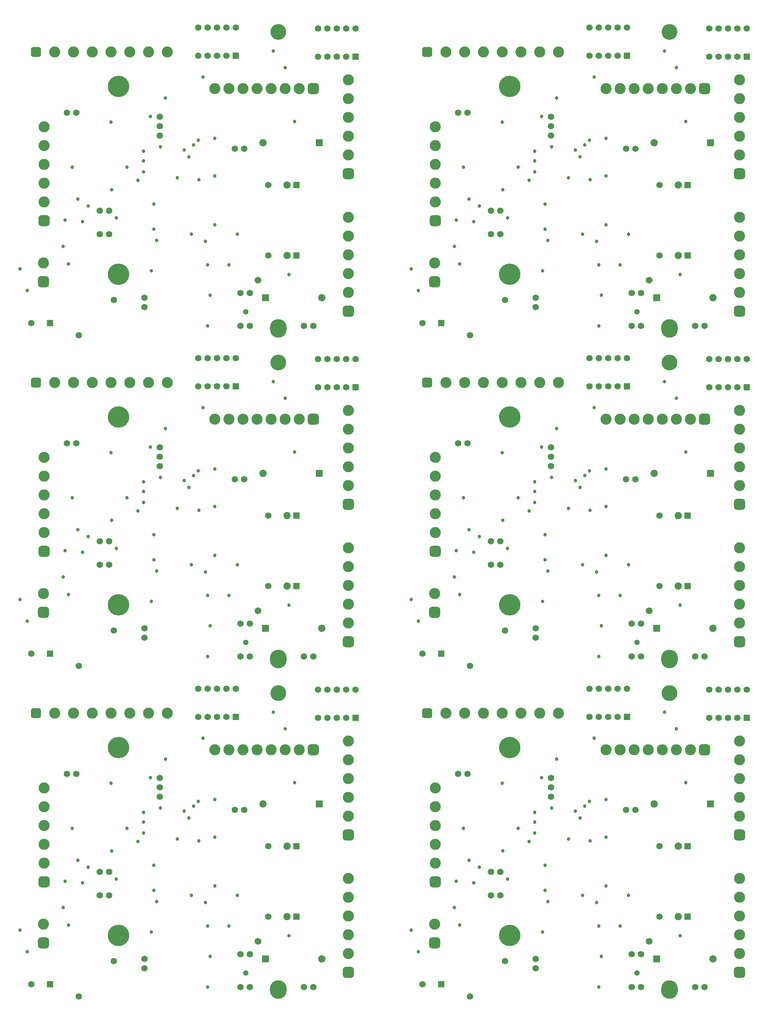
<source format=gbs>
G04*
G04 #@! TF.GenerationSoftware,Altium Limited,Altium Designer,18.1.9 (240)*
G04*
G04 Layer_Color=16711935*
%FSLAX24Y24*%
%MOIN*%
G70*
G01*
G75*
%ADD70C,0.0780*%
%ADD71C,0.0680*%
%ADD72C,0.2280*%
%ADD73R,0.0730X0.0730*%
%ADD74O,0.1780X0.1980*%
%ADD75R,0.0680X0.0680*%
%ADD76C,0.1680*%
%ADD77R,0.0680X0.0680*%
%ADD78C,0.1180*%
G04:AMPARAMS|DCode=79|XSize=108mil|YSize=108mil|CornerRadius=29mil|HoleSize=0mil|Usage=FLASHONLY|Rotation=270.000|XOffset=0mil|YOffset=0mil|HoleType=Round|Shape=RoundedRectangle|*
%AMROUNDEDRECTD79*
21,1,0.1080,0.0500,0,0,270.0*
21,1,0.0500,0.1080,0,0,270.0*
1,1,0.0580,-0.0250,-0.0250*
1,1,0.0580,-0.0250,0.0250*
1,1,0.0580,0.0250,0.0250*
1,1,0.0580,0.0250,-0.0250*
%
%ADD79ROUNDEDRECTD79*%
G04:AMPARAMS|DCode=80|XSize=118mil|YSize=118mil|CornerRadius=31.5mil|HoleSize=0mil|Usage=FLASHONLY|Rotation=180.000|XOffset=0mil|YOffset=0mil|HoleType=Round|Shape=RoundedRectangle|*
%AMROUNDEDRECTD80*
21,1,0.1180,0.0550,0,0,180.0*
21,1,0.0550,0.1180,0,0,180.0*
1,1,0.0630,-0.0275,0.0275*
1,1,0.0630,0.0275,0.0275*
1,1,0.0630,0.0275,-0.0275*
1,1,0.0630,-0.0275,-0.0275*
%
%ADD80ROUNDEDRECTD80*%
G04:AMPARAMS|DCode=81|XSize=118mil|YSize=118mil|CornerRadius=31.5mil|HoleSize=0mil|Usage=FLASHONLY|Rotation=270.000|XOffset=0mil|YOffset=0mil|HoleType=Round|Shape=RoundedRectangle|*
%AMROUNDEDRECTD81*
21,1,0.1180,0.0550,0,0,270.0*
21,1,0.0550,0.1180,0,0,270.0*
1,1,0.0630,-0.0275,-0.0275*
1,1,0.0630,-0.0275,0.0275*
1,1,0.0630,0.0275,0.0275*
1,1,0.0630,0.0275,-0.0275*
%
%ADD81ROUNDEDRECTD81*%
%ADD82C,0.0380*%
%ADD83C,0.0720*%
%ADD84C,0.0580*%
D70*
X32975Y12025D02*
D03*
Y19525D02*
D03*
X36675Y7525D02*
D03*
X30425Y24025D02*
D03*
X74675Y12025D02*
D03*
Y19525D02*
D03*
X78375Y7525D02*
D03*
X72125Y24025D02*
D03*
X32975Y47225D02*
D03*
Y54725D02*
D03*
X36675Y42725D02*
D03*
X30425Y59225D02*
D03*
X74675Y47225D02*
D03*
Y54725D02*
D03*
X78375Y42725D02*
D03*
X72125Y59225D02*
D03*
X32975Y82425D02*
D03*
Y89925D02*
D03*
X36675Y77925D02*
D03*
X30425Y94425D02*
D03*
X74675Y82425D02*
D03*
Y89925D02*
D03*
X78375Y77925D02*
D03*
X72125Y94425D02*
D03*
D71*
X14025Y14275D02*
D03*
X13025D02*
D03*
X14025Y16775D02*
D03*
X13025D02*
D03*
X14525Y7275D02*
D03*
X10775Y3525D02*
D03*
X10525Y27225D02*
D03*
X9525D02*
D03*
X19425Y25775D02*
D03*
Y26775D02*
D03*
Y24775D02*
D03*
X34775Y4525D02*
D03*
X35775D02*
D03*
X23525Y33275D02*
D03*
X24525D02*
D03*
X26525D02*
D03*
X23525Y36275D02*
D03*
X24525D02*
D03*
X26525D02*
D03*
X27525D02*
D03*
X25525Y33275D02*
D03*
Y36275D02*
D03*
X28425Y23375D02*
D03*
X27425D02*
D03*
X17775Y7525D02*
D03*
Y6525D02*
D03*
X29025Y4525D02*
D03*
X28025D02*
D03*
X29025Y8025D02*
D03*
X28025D02*
D03*
X5725Y4825D02*
D03*
X36275Y33175D02*
D03*
X37275D02*
D03*
X39275D02*
D03*
X36275Y36175D02*
D03*
X37275D02*
D03*
X39275D02*
D03*
X40275D02*
D03*
X38275Y33175D02*
D03*
Y36175D02*
D03*
X30975Y19525D02*
D03*
Y12025D02*
D03*
X55725Y14275D02*
D03*
X54725D02*
D03*
X55725Y16775D02*
D03*
X54725D02*
D03*
X56225Y7275D02*
D03*
X52475Y3525D02*
D03*
X52225Y27225D02*
D03*
X51225D02*
D03*
X61125Y25775D02*
D03*
Y26775D02*
D03*
Y24775D02*
D03*
X76475Y4525D02*
D03*
X77475D02*
D03*
X65225Y33275D02*
D03*
X66225D02*
D03*
X68225D02*
D03*
X65225Y36275D02*
D03*
X66225D02*
D03*
X68225D02*
D03*
X69225D02*
D03*
X67225Y33275D02*
D03*
Y36275D02*
D03*
X70125Y23375D02*
D03*
X69125D02*
D03*
X59475Y7525D02*
D03*
Y6525D02*
D03*
X70725Y4525D02*
D03*
X69725D02*
D03*
X70725Y8025D02*
D03*
X69725D02*
D03*
X47425Y4825D02*
D03*
X77975Y33175D02*
D03*
X78975D02*
D03*
X80975D02*
D03*
X77975Y36175D02*
D03*
X78975D02*
D03*
X80975D02*
D03*
X81975D02*
D03*
X79975Y33175D02*
D03*
Y36175D02*
D03*
X72675Y19525D02*
D03*
Y12025D02*
D03*
X14025Y49475D02*
D03*
X13025D02*
D03*
X14025Y51975D02*
D03*
X13025D02*
D03*
X14525Y42475D02*
D03*
X10775Y38725D02*
D03*
X10525Y62425D02*
D03*
X9525D02*
D03*
X19425Y60975D02*
D03*
Y61975D02*
D03*
Y59975D02*
D03*
X34775Y39725D02*
D03*
X35775D02*
D03*
X23525Y68475D02*
D03*
X24525D02*
D03*
X26525D02*
D03*
X23525Y71475D02*
D03*
X24525D02*
D03*
X26525D02*
D03*
X27525D02*
D03*
X25525Y68475D02*
D03*
Y71475D02*
D03*
X28425Y58575D02*
D03*
X27425D02*
D03*
X17775Y42725D02*
D03*
Y41725D02*
D03*
X29025Y39725D02*
D03*
X28025D02*
D03*
X29025Y43225D02*
D03*
X28025D02*
D03*
X5725Y40025D02*
D03*
X36275Y68375D02*
D03*
X37275D02*
D03*
X39275D02*
D03*
X36275Y71375D02*
D03*
X37275D02*
D03*
X39275D02*
D03*
X40275D02*
D03*
X38275Y68375D02*
D03*
Y71375D02*
D03*
X30975Y54725D02*
D03*
Y47225D02*
D03*
X55725Y49475D02*
D03*
X54725D02*
D03*
X55725Y51975D02*
D03*
X54725D02*
D03*
X56225Y42475D02*
D03*
X52475Y38725D02*
D03*
X52225Y62425D02*
D03*
X51225D02*
D03*
X61125Y60975D02*
D03*
Y61975D02*
D03*
Y59975D02*
D03*
X76475Y39725D02*
D03*
X77475D02*
D03*
X65225Y68475D02*
D03*
X66225D02*
D03*
X68225D02*
D03*
X65225Y71475D02*
D03*
X66225D02*
D03*
X68225D02*
D03*
X69225D02*
D03*
X67225Y68475D02*
D03*
Y71475D02*
D03*
X70125Y58575D02*
D03*
X69125D02*
D03*
X59475Y42725D02*
D03*
Y41725D02*
D03*
X70725Y39725D02*
D03*
X69725D02*
D03*
X70725Y43225D02*
D03*
X69725D02*
D03*
X47425Y40025D02*
D03*
X77975Y68375D02*
D03*
X78975D02*
D03*
X80975D02*
D03*
X77975Y71375D02*
D03*
X78975D02*
D03*
X80975D02*
D03*
X81975D02*
D03*
X79975Y68375D02*
D03*
Y71375D02*
D03*
X72675Y54725D02*
D03*
Y47225D02*
D03*
X14025Y84675D02*
D03*
X13025D02*
D03*
X14025Y87175D02*
D03*
X13025D02*
D03*
X14525Y77675D02*
D03*
X10775Y73925D02*
D03*
X10525Y97625D02*
D03*
X9525D02*
D03*
X19425Y96175D02*
D03*
Y97175D02*
D03*
Y95175D02*
D03*
X34775Y74925D02*
D03*
X35775D02*
D03*
X23525Y103675D02*
D03*
X24525D02*
D03*
X26525D02*
D03*
X23525Y106675D02*
D03*
X24525D02*
D03*
X26525D02*
D03*
X27525D02*
D03*
X25525Y103675D02*
D03*
Y106675D02*
D03*
X28425Y93775D02*
D03*
X27425D02*
D03*
X17775Y77925D02*
D03*
Y76925D02*
D03*
X29025Y74925D02*
D03*
X28025D02*
D03*
X29025Y78425D02*
D03*
X28025D02*
D03*
X5725Y75225D02*
D03*
X36275Y103575D02*
D03*
X37275D02*
D03*
X39275D02*
D03*
X36275Y106575D02*
D03*
X37275D02*
D03*
X39275D02*
D03*
X40275D02*
D03*
X38275Y103575D02*
D03*
Y106575D02*
D03*
X30975Y89925D02*
D03*
Y82425D02*
D03*
X55725Y84675D02*
D03*
X54725D02*
D03*
X55725Y87175D02*
D03*
X54725D02*
D03*
X56225Y77675D02*
D03*
X52475Y73925D02*
D03*
X52225Y97625D02*
D03*
X51225D02*
D03*
X61125Y96175D02*
D03*
Y97175D02*
D03*
Y95175D02*
D03*
X76475Y74925D02*
D03*
X77475D02*
D03*
X65225Y103675D02*
D03*
X66225D02*
D03*
X68225D02*
D03*
X65225Y106675D02*
D03*
X66225D02*
D03*
X68225D02*
D03*
X69225D02*
D03*
X67225Y103675D02*
D03*
Y106675D02*
D03*
X70125Y93775D02*
D03*
X69125D02*
D03*
X59475Y77925D02*
D03*
Y76925D02*
D03*
X70725Y74925D02*
D03*
X69725D02*
D03*
X70725Y78425D02*
D03*
X69725D02*
D03*
X47425Y75225D02*
D03*
X77975Y103575D02*
D03*
X78975D02*
D03*
X80975D02*
D03*
X77975Y106575D02*
D03*
X78975D02*
D03*
X80975D02*
D03*
X81975D02*
D03*
X79975Y103575D02*
D03*
Y106575D02*
D03*
X72675Y89925D02*
D03*
Y82425D02*
D03*
D72*
X15025Y30025D02*
D03*
Y10025D02*
D03*
X56725Y30025D02*
D03*
Y10025D02*
D03*
X15025Y65225D02*
D03*
Y45225D02*
D03*
X56725Y65225D02*
D03*
Y45225D02*
D03*
X15025Y100425D02*
D03*
Y80425D02*
D03*
X56725Y100425D02*
D03*
Y80425D02*
D03*
D73*
X30675Y7525D02*
D03*
X36425Y24025D02*
D03*
X72375Y7525D02*
D03*
X78125Y24025D02*
D03*
X30675Y42725D02*
D03*
X36425Y59225D02*
D03*
X72375Y42725D02*
D03*
X78125Y59225D02*
D03*
X30675Y77925D02*
D03*
X36425Y94425D02*
D03*
X72375Y77925D02*
D03*
X78125Y94425D02*
D03*
D74*
X32055Y4245D02*
D03*
X73755D02*
D03*
X32055Y39445D02*
D03*
X73755D02*
D03*
X32055Y74645D02*
D03*
X73755D02*
D03*
D75*
X27525Y33275D02*
D03*
X40275Y33175D02*
D03*
X69225Y33275D02*
D03*
X81975Y33175D02*
D03*
X27525Y68475D02*
D03*
X40275Y68375D02*
D03*
X69225Y68475D02*
D03*
X81975Y68375D02*
D03*
X27525Y103675D02*
D03*
X40275Y103575D02*
D03*
X69225Y103675D02*
D03*
X81975Y103575D02*
D03*
D76*
X32055Y35805D02*
D03*
X73755D02*
D03*
X32055Y71005D02*
D03*
X73755D02*
D03*
X32055Y106205D02*
D03*
X73755D02*
D03*
D77*
X7725Y4825D02*
D03*
X33975Y19525D02*
D03*
Y12025D02*
D03*
X49425Y4825D02*
D03*
X75675Y19525D02*
D03*
Y12025D02*
D03*
X7725Y40025D02*
D03*
X33975Y54725D02*
D03*
Y47225D02*
D03*
X49425Y40025D02*
D03*
X75675Y54725D02*
D03*
Y47225D02*
D03*
X7725Y75225D02*
D03*
X33975Y89925D02*
D03*
Y82425D02*
D03*
X49425Y75225D02*
D03*
X75675Y89925D02*
D03*
Y82425D02*
D03*
D78*
X20225Y33675D02*
D03*
X18225D02*
D03*
X14225D02*
D03*
X12225D02*
D03*
X8225D02*
D03*
X16225D02*
D03*
X10225D02*
D03*
X7025Y11225D02*
D03*
X7075Y19725D02*
D03*
Y21725D02*
D03*
Y25725D02*
D03*
Y17725D02*
D03*
Y23725D02*
D03*
X39525Y24725D02*
D03*
Y26725D02*
D03*
Y30725D02*
D03*
Y22725D02*
D03*
Y28725D02*
D03*
Y10075D02*
D03*
Y12075D02*
D03*
Y16075D02*
D03*
Y8075D02*
D03*
Y14075D02*
D03*
X34275Y29775D02*
D03*
X31275D02*
D03*
X28275D02*
D03*
X25275D02*
D03*
X32775D02*
D03*
X29775D02*
D03*
X26775D02*
D03*
X61925Y33675D02*
D03*
X59925D02*
D03*
X55925D02*
D03*
X53925D02*
D03*
X49925D02*
D03*
X57925D02*
D03*
X51925D02*
D03*
X48725Y11225D02*
D03*
X48775Y19725D02*
D03*
Y21725D02*
D03*
Y25725D02*
D03*
Y17725D02*
D03*
Y23725D02*
D03*
X81225Y24725D02*
D03*
Y26725D02*
D03*
Y30725D02*
D03*
Y22725D02*
D03*
Y28725D02*
D03*
Y10075D02*
D03*
Y12075D02*
D03*
Y16075D02*
D03*
Y8075D02*
D03*
Y14075D02*
D03*
X75975Y29775D02*
D03*
X72975D02*
D03*
X69975D02*
D03*
X66975D02*
D03*
X74475D02*
D03*
X71475D02*
D03*
X68475D02*
D03*
X20225Y68875D02*
D03*
X18225D02*
D03*
X14225D02*
D03*
X12225D02*
D03*
X8225D02*
D03*
X16225D02*
D03*
X10225D02*
D03*
X7025Y46425D02*
D03*
X7075Y54925D02*
D03*
Y56925D02*
D03*
Y60925D02*
D03*
Y52925D02*
D03*
Y58925D02*
D03*
X39525Y59925D02*
D03*
Y61925D02*
D03*
Y65925D02*
D03*
Y57925D02*
D03*
Y63925D02*
D03*
Y45275D02*
D03*
Y47275D02*
D03*
Y51275D02*
D03*
Y43275D02*
D03*
Y49275D02*
D03*
X34275Y64975D02*
D03*
X31275D02*
D03*
X28275D02*
D03*
X25275D02*
D03*
X32775D02*
D03*
X29775D02*
D03*
X26775D02*
D03*
X61925Y68875D02*
D03*
X59925D02*
D03*
X55925D02*
D03*
X53925D02*
D03*
X49925D02*
D03*
X57925D02*
D03*
X51925D02*
D03*
X48725Y46425D02*
D03*
X48775Y54925D02*
D03*
Y56925D02*
D03*
Y60925D02*
D03*
Y52925D02*
D03*
Y58925D02*
D03*
X81225Y59925D02*
D03*
Y61925D02*
D03*
Y65925D02*
D03*
Y57925D02*
D03*
Y63925D02*
D03*
Y45275D02*
D03*
Y47275D02*
D03*
Y51275D02*
D03*
Y43275D02*
D03*
Y49275D02*
D03*
X75975Y64975D02*
D03*
X72975D02*
D03*
X69975D02*
D03*
X66975D02*
D03*
X74475D02*
D03*
X71475D02*
D03*
X68475D02*
D03*
X20225Y104075D02*
D03*
X18225D02*
D03*
X14225D02*
D03*
X12225D02*
D03*
X8225D02*
D03*
X16225D02*
D03*
X10225D02*
D03*
X7025Y81625D02*
D03*
X7075Y90125D02*
D03*
Y92125D02*
D03*
Y96125D02*
D03*
Y88125D02*
D03*
Y94125D02*
D03*
X39525Y95125D02*
D03*
Y97125D02*
D03*
Y101125D02*
D03*
Y93125D02*
D03*
Y99125D02*
D03*
Y80475D02*
D03*
Y82475D02*
D03*
Y86475D02*
D03*
Y78475D02*
D03*
Y84475D02*
D03*
X34275Y100175D02*
D03*
X31275D02*
D03*
X28275D02*
D03*
X25275D02*
D03*
X32775D02*
D03*
X29775D02*
D03*
X26775D02*
D03*
X61925Y104075D02*
D03*
X59925D02*
D03*
X55925D02*
D03*
X53925D02*
D03*
X49925D02*
D03*
X57925D02*
D03*
X51925D02*
D03*
X48725Y81625D02*
D03*
X48775Y90125D02*
D03*
Y92125D02*
D03*
Y96125D02*
D03*
Y88125D02*
D03*
Y94125D02*
D03*
X81225Y95125D02*
D03*
Y97125D02*
D03*
Y101125D02*
D03*
Y93125D02*
D03*
Y99125D02*
D03*
Y80475D02*
D03*
Y82475D02*
D03*
Y86475D02*
D03*
Y78475D02*
D03*
Y84475D02*
D03*
X75975Y100175D02*
D03*
X72975D02*
D03*
X69975D02*
D03*
X66975D02*
D03*
X74475D02*
D03*
X71475D02*
D03*
X68475D02*
D03*
D79*
X6225Y33675D02*
D03*
X47925D02*
D03*
X6225Y68875D02*
D03*
X47925D02*
D03*
X6225Y104075D02*
D03*
X47925D02*
D03*
D80*
X7025Y9225D02*
D03*
X7075Y15725D02*
D03*
X39525Y20725D02*
D03*
Y6075D02*
D03*
X48725Y9225D02*
D03*
X48775Y15725D02*
D03*
X81225Y20725D02*
D03*
Y6075D02*
D03*
X7025Y44425D02*
D03*
X7075Y50925D02*
D03*
X39525Y55925D02*
D03*
Y41275D02*
D03*
X48725Y44425D02*
D03*
X48775Y50925D02*
D03*
X81225Y55925D02*
D03*
Y41275D02*
D03*
X7025Y79625D02*
D03*
X7075Y86125D02*
D03*
X39525Y91125D02*
D03*
Y76475D02*
D03*
X48725Y79625D02*
D03*
X48775Y86125D02*
D03*
X81225Y91125D02*
D03*
Y76475D02*
D03*
D81*
X35775Y29775D02*
D03*
X77475D02*
D03*
X35775Y64975D02*
D03*
X77475D02*
D03*
X35775Y100175D02*
D03*
X77475D02*
D03*
D82*
X22034Y23270D02*
D03*
X20006Y28804D02*
D03*
X25275Y15275D02*
D03*
X5275Y8275D02*
D03*
X9675Y11125D02*
D03*
X9325Y15775D02*
D03*
X11775Y17275D02*
D03*
X14775Y16025D02*
D03*
X14275Y19025D02*
D03*
X14225Y26225D02*
D03*
X18525Y10375D02*
D03*
X18775Y14825D02*
D03*
X19075Y13625D02*
D03*
X18775Y17475D02*
D03*
X17075Y20025D02*
D03*
X17675Y20925D02*
D03*
Y23125D02*
D03*
Y22075D02*
D03*
X18425Y26825D02*
D03*
X21275Y20275D02*
D03*
X24525Y4525D02*
D03*
X24775Y7775D02*
D03*
X24525Y11025D02*
D03*
X22775Y14275D02*
D03*
X24275Y13525D02*
D03*
X25275Y20475D02*
D03*
X23575Y20075D02*
D03*
X23025Y23775D02*
D03*
X23525Y24275D02*
D03*
X24025Y31025D02*
D03*
X26775Y11025D02*
D03*
X27675Y14275D02*
D03*
X33175Y9975D02*
D03*
X33775Y26275D02*
D03*
X32775Y32025D02*
D03*
X10075Y21425D02*
D03*
X9119Y12990D02*
D03*
X11175Y15625D02*
D03*
X15925Y21425D02*
D03*
X25275Y24475D02*
D03*
X4525Y10575D02*
D03*
X10675Y18025D02*
D03*
X22525Y22525D02*
D03*
X19475Y23575D02*
D03*
X31525Y33775D02*
D03*
X63734Y23270D02*
D03*
X61706Y28804D02*
D03*
X66975Y15275D02*
D03*
X46975Y8275D02*
D03*
X51375Y11125D02*
D03*
X51025Y15775D02*
D03*
X53475Y17275D02*
D03*
X56475Y16025D02*
D03*
X55975Y19025D02*
D03*
X55925Y26225D02*
D03*
X60225Y10375D02*
D03*
X60475Y14825D02*
D03*
X60775Y13625D02*
D03*
X60475Y17475D02*
D03*
X58775Y20025D02*
D03*
X59375Y20925D02*
D03*
Y23125D02*
D03*
Y22075D02*
D03*
X60125Y26825D02*
D03*
X62975Y20275D02*
D03*
X66225Y4525D02*
D03*
X66475Y7775D02*
D03*
X66225Y11025D02*
D03*
X64475Y14275D02*
D03*
X65975Y13525D02*
D03*
X66975Y20475D02*
D03*
X65275Y20075D02*
D03*
X64725Y23775D02*
D03*
X65225Y24275D02*
D03*
X65725Y31025D02*
D03*
X68475Y11025D02*
D03*
X69375Y14275D02*
D03*
X74875Y9975D02*
D03*
X75475Y26275D02*
D03*
X74475Y32025D02*
D03*
X51775Y21425D02*
D03*
X50819Y12990D02*
D03*
X52875Y15625D02*
D03*
X57625Y21425D02*
D03*
X66975Y24475D02*
D03*
X46225Y10575D02*
D03*
X52375Y18025D02*
D03*
X64225Y22525D02*
D03*
X61175Y23575D02*
D03*
X73225Y33775D02*
D03*
X22034Y58470D02*
D03*
X20006Y64004D02*
D03*
X25275Y50475D02*
D03*
X5275Y43475D02*
D03*
X9675Y46325D02*
D03*
X9325Y50975D02*
D03*
X11775Y52475D02*
D03*
X14775Y51225D02*
D03*
X14275Y54225D02*
D03*
X14225Y61425D02*
D03*
X18525Y45575D02*
D03*
X18775Y50025D02*
D03*
X19075Y48825D02*
D03*
X18775Y52675D02*
D03*
X17075Y55225D02*
D03*
X17675Y56125D02*
D03*
Y58325D02*
D03*
Y57275D02*
D03*
X18425Y62025D02*
D03*
X21275Y55475D02*
D03*
X24525Y39725D02*
D03*
X24775Y42975D02*
D03*
X24525Y46225D02*
D03*
X22775Y49475D02*
D03*
X24275Y48725D02*
D03*
X25275Y55675D02*
D03*
X23575Y55275D02*
D03*
X23025Y58975D02*
D03*
X23525Y59475D02*
D03*
X24025Y66225D02*
D03*
X26775Y46225D02*
D03*
X27675Y49475D02*
D03*
X33175Y45175D02*
D03*
X33775Y61475D02*
D03*
X32775Y67225D02*
D03*
X10075Y56625D02*
D03*
X9119Y48190D02*
D03*
X11175Y50825D02*
D03*
X15925Y56625D02*
D03*
X25275Y59675D02*
D03*
X4525Y45775D02*
D03*
X10675Y53225D02*
D03*
X22525Y57725D02*
D03*
X19475Y58775D02*
D03*
X31525Y68975D02*
D03*
X63734Y58470D02*
D03*
X61706Y64004D02*
D03*
X66975Y50475D02*
D03*
X46975Y43475D02*
D03*
X51375Y46325D02*
D03*
X51025Y50975D02*
D03*
X53475Y52475D02*
D03*
X56475Y51225D02*
D03*
X55975Y54225D02*
D03*
X55925Y61425D02*
D03*
X60225Y45575D02*
D03*
X60475Y50025D02*
D03*
X60775Y48825D02*
D03*
X60475Y52675D02*
D03*
X58775Y55225D02*
D03*
X59375Y56125D02*
D03*
Y58325D02*
D03*
Y57275D02*
D03*
X60125Y62025D02*
D03*
X62975Y55475D02*
D03*
X66225Y39725D02*
D03*
X66475Y42975D02*
D03*
X66225Y46225D02*
D03*
X64475Y49475D02*
D03*
X65975Y48725D02*
D03*
X66975Y55675D02*
D03*
X65275Y55275D02*
D03*
X64725Y58975D02*
D03*
X65225Y59475D02*
D03*
X65725Y66225D02*
D03*
X68475Y46225D02*
D03*
X69375Y49475D02*
D03*
X74875Y45175D02*
D03*
X75475Y61475D02*
D03*
X74475Y67225D02*
D03*
X51775Y56625D02*
D03*
X50819Y48190D02*
D03*
X52875Y50825D02*
D03*
X57625Y56625D02*
D03*
X66975Y59675D02*
D03*
X46225Y45775D02*
D03*
X52375Y53225D02*
D03*
X64225Y57725D02*
D03*
X61175Y58775D02*
D03*
X73225Y68975D02*
D03*
X22034Y93670D02*
D03*
X20006Y99204D02*
D03*
X25275Y85675D02*
D03*
X5275Y78675D02*
D03*
X9675Y81525D02*
D03*
X9325Y86175D02*
D03*
X11775Y87675D02*
D03*
X14775Y86425D02*
D03*
X14275Y89425D02*
D03*
X14225Y96625D02*
D03*
X18525Y80775D02*
D03*
X18775Y85225D02*
D03*
X19075Y84025D02*
D03*
X18775Y87875D02*
D03*
X17075Y90425D02*
D03*
X17675Y91325D02*
D03*
Y93525D02*
D03*
Y92475D02*
D03*
X18425Y97225D02*
D03*
X21275Y90675D02*
D03*
X24525Y74925D02*
D03*
X24775Y78175D02*
D03*
X24525Y81425D02*
D03*
X22775Y84675D02*
D03*
X24275Y83925D02*
D03*
X25275Y90875D02*
D03*
X23575Y90475D02*
D03*
X23025Y94175D02*
D03*
X23525Y94675D02*
D03*
X24025Y101425D02*
D03*
X26775Y81425D02*
D03*
X27675Y84675D02*
D03*
X33175Y80375D02*
D03*
X33775Y96675D02*
D03*
X32775Y102425D02*
D03*
X10075Y91825D02*
D03*
X9119Y83390D02*
D03*
X11175Y86025D02*
D03*
X15925Y91825D02*
D03*
X25275Y94875D02*
D03*
X4525Y80975D02*
D03*
X10675Y88425D02*
D03*
X22525Y92925D02*
D03*
X19475Y93975D02*
D03*
X31525Y104175D02*
D03*
X63734Y93670D02*
D03*
X61706Y99204D02*
D03*
X66975Y85675D02*
D03*
X46975Y78675D02*
D03*
X51375Y81525D02*
D03*
X51025Y86175D02*
D03*
X53475Y87675D02*
D03*
X56475Y86425D02*
D03*
X55975Y89425D02*
D03*
X55925Y96625D02*
D03*
X60225Y80775D02*
D03*
X60475Y85225D02*
D03*
X60775Y84025D02*
D03*
X60475Y87875D02*
D03*
X58775Y90425D02*
D03*
X59375Y91325D02*
D03*
Y93525D02*
D03*
Y92475D02*
D03*
X60125Y97225D02*
D03*
X62975Y90675D02*
D03*
X66225Y74925D02*
D03*
X66475Y78175D02*
D03*
X66225Y81425D02*
D03*
X64475Y84675D02*
D03*
X65975Y83925D02*
D03*
X66975Y90875D02*
D03*
X65275Y90475D02*
D03*
X64725Y94175D02*
D03*
X65225Y94675D02*
D03*
X65725Y101425D02*
D03*
X68475Y81425D02*
D03*
X69375Y84675D02*
D03*
X74875Y80375D02*
D03*
X75475Y96675D02*
D03*
X74475Y102425D02*
D03*
X51775Y91825D02*
D03*
X50819Y83390D02*
D03*
X52875Y86025D02*
D03*
X57625Y91825D02*
D03*
X66975Y94875D02*
D03*
X46225Y80975D02*
D03*
X52375Y88425D02*
D03*
X64225Y92925D02*
D03*
X61175Y93975D02*
D03*
X73225Y104175D02*
D03*
D83*
X29875Y9375D02*
D03*
X71575D02*
D03*
X29875Y44575D02*
D03*
X71575D02*
D03*
X29875Y79775D02*
D03*
X71575D02*
D03*
D84*
X28575Y6025D02*
D03*
X70275D02*
D03*
X28575Y41225D02*
D03*
X70275D02*
D03*
X28575Y76425D02*
D03*
X70275D02*
D03*
M02*

</source>
